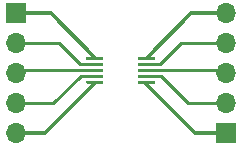
<source format=gbr>
G04 #@! TF.GenerationSoftware,KiCad,Pcbnew,(5.1.4)-1*
G04 #@! TF.CreationDate,2019-11-20T10:07:13+01:00*
G04 #@! TF.ProjectId,AR_PDM_INA233_breakout,41525f50-444d-45f4-994e-413233335f62,rev?*
G04 #@! TF.SameCoordinates,Original*
G04 #@! TF.FileFunction,Copper,L1,Top*
G04 #@! TF.FilePolarity,Positive*
%FSLAX46Y46*%
G04 Gerber Fmt 4.6, Leading zero omitted, Abs format (unit mm)*
G04 Created by KiCad (PCBNEW (5.1.4)-1) date 2019-11-20 10:07:13*
%MOMM*%
%LPD*%
G04 APERTURE LIST*
%ADD10C,0.100000*%
%ADD11C,0.250000*%
%ADD12R,1.700000X1.700000*%
%ADD13O,1.700000X1.700000*%
%ADD14C,0.300000*%
%ADD15C,0.250000*%
G04 APERTURE END LIST*
D10*
G36*
X135012342Y-83695201D02*
G01*
X135016395Y-83695802D01*
X135020369Y-83696798D01*
X135024227Y-83698178D01*
X135027931Y-83699930D01*
X135031445Y-83702036D01*
X135034736Y-83704477D01*
X135037772Y-83707228D01*
X135040523Y-83710264D01*
X135042964Y-83713555D01*
X135045070Y-83717069D01*
X135046822Y-83720773D01*
X135048202Y-83724631D01*
X135049198Y-83728605D01*
X135049799Y-83732658D01*
X135050000Y-83736750D01*
X135050000Y-83903250D01*
X135049799Y-83907342D01*
X135049198Y-83911395D01*
X135048202Y-83915369D01*
X135046822Y-83919227D01*
X135045070Y-83922931D01*
X135042964Y-83926445D01*
X135040523Y-83929736D01*
X135037772Y-83932772D01*
X135034736Y-83935523D01*
X135031445Y-83937964D01*
X135027931Y-83940070D01*
X135024227Y-83941822D01*
X135020369Y-83943202D01*
X135016395Y-83944198D01*
X135012342Y-83944799D01*
X135008250Y-83945000D01*
X133641750Y-83945000D01*
X133637658Y-83944799D01*
X133633605Y-83944198D01*
X133629631Y-83943202D01*
X133625773Y-83941822D01*
X133622069Y-83940070D01*
X133618555Y-83937964D01*
X133615264Y-83935523D01*
X133612228Y-83932772D01*
X133609477Y-83929736D01*
X133607036Y-83926445D01*
X133604930Y-83922931D01*
X133603178Y-83919227D01*
X133601798Y-83915369D01*
X133600802Y-83911395D01*
X133600201Y-83907342D01*
X133600000Y-83903250D01*
X133600000Y-83736750D01*
X133600201Y-83732658D01*
X133600802Y-83728605D01*
X133601798Y-83724631D01*
X133603178Y-83720773D01*
X133604930Y-83717069D01*
X133607036Y-83713555D01*
X133609477Y-83710264D01*
X133612228Y-83707228D01*
X133615264Y-83704477D01*
X133618555Y-83702036D01*
X133622069Y-83699930D01*
X133625773Y-83698178D01*
X133629631Y-83696798D01*
X133633605Y-83695802D01*
X133637658Y-83695201D01*
X133641750Y-83695000D01*
X135008250Y-83695000D01*
X135012342Y-83695201D01*
X135012342Y-83695201D01*
G37*
D11*
X134325000Y-83820000D03*
D10*
G36*
X135012342Y-84195201D02*
G01*
X135016395Y-84195802D01*
X135020369Y-84196798D01*
X135024227Y-84198178D01*
X135027931Y-84199930D01*
X135031445Y-84202036D01*
X135034736Y-84204477D01*
X135037772Y-84207228D01*
X135040523Y-84210264D01*
X135042964Y-84213555D01*
X135045070Y-84217069D01*
X135046822Y-84220773D01*
X135048202Y-84224631D01*
X135049198Y-84228605D01*
X135049799Y-84232658D01*
X135050000Y-84236750D01*
X135050000Y-84403250D01*
X135049799Y-84407342D01*
X135049198Y-84411395D01*
X135048202Y-84415369D01*
X135046822Y-84419227D01*
X135045070Y-84422931D01*
X135042964Y-84426445D01*
X135040523Y-84429736D01*
X135037772Y-84432772D01*
X135034736Y-84435523D01*
X135031445Y-84437964D01*
X135027931Y-84440070D01*
X135024227Y-84441822D01*
X135020369Y-84443202D01*
X135016395Y-84444198D01*
X135012342Y-84444799D01*
X135008250Y-84445000D01*
X133641750Y-84445000D01*
X133637658Y-84444799D01*
X133633605Y-84444198D01*
X133629631Y-84443202D01*
X133625773Y-84441822D01*
X133622069Y-84440070D01*
X133618555Y-84437964D01*
X133615264Y-84435523D01*
X133612228Y-84432772D01*
X133609477Y-84429736D01*
X133607036Y-84426445D01*
X133604930Y-84422931D01*
X133603178Y-84419227D01*
X133601798Y-84415369D01*
X133600802Y-84411395D01*
X133600201Y-84407342D01*
X133600000Y-84403250D01*
X133600000Y-84236750D01*
X133600201Y-84232658D01*
X133600802Y-84228605D01*
X133601798Y-84224631D01*
X133603178Y-84220773D01*
X133604930Y-84217069D01*
X133607036Y-84213555D01*
X133609477Y-84210264D01*
X133612228Y-84207228D01*
X133615264Y-84204477D01*
X133618555Y-84202036D01*
X133622069Y-84199930D01*
X133625773Y-84198178D01*
X133629631Y-84196798D01*
X133633605Y-84195802D01*
X133637658Y-84195201D01*
X133641750Y-84195000D01*
X135008250Y-84195000D01*
X135012342Y-84195201D01*
X135012342Y-84195201D01*
G37*
D11*
X134325000Y-84320000D03*
D10*
G36*
X135012342Y-84695201D02*
G01*
X135016395Y-84695802D01*
X135020369Y-84696798D01*
X135024227Y-84698178D01*
X135027931Y-84699930D01*
X135031445Y-84702036D01*
X135034736Y-84704477D01*
X135037772Y-84707228D01*
X135040523Y-84710264D01*
X135042964Y-84713555D01*
X135045070Y-84717069D01*
X135046822Y-84720773D01*
X135048202Y-84724631D01*
X135049198Y-84728605D01*
X135049799Y-84732658D01*
X135050000Y-84736750D01*
X135050000Y-84903250D01*
X135049799Y-84907342D01*
X135049198Y-84911395D01*
X135048202Y-84915369D01*
X135046822Y-84919227D01*
X135045070Y-84922931D01*
X135042964Y-84926445D01*
X135040523Y-84929736D01*
X135037772Y-84932772D01*
X135034736Y-84935523D01*
X135031445Y-84937964D01*
X135027931Y-84940070D01*
X135024227Y-84941822D01*
X135020369Y-84943202D01*
X135016395Y-84944198D01*
X135012342Y-84944799D01*
X135008250Y-84945000D01*
X133641750Y-84945000D01*
X133637658Y-84944799D01*
X133633605Y-84944198D01*
X133629631Y-84943202D01*
X133625773Y-84941822D01*
X133622069Y-84940070D01*
X133618555Y-84937964D01*
X133615264Y-84935523D01*
X133612228Y-84932772D01*
X133609477Y-84929736D01*
X133607036Y-84926445D01*
X133604930Y-84922931D01*
X133603178Y-84919227D01*
X133601798Y-84915369D01*
X133600802Y-84911395D01*
X133600201Y-84907342D01*
X133600000Y-84903250D01*
X133600000Y-84736750D01*
X133600201Y-84732658D01*
X133600802Y-84728605D01*
X133601798Y-84724631D01*
X133603178Y-84720773D01*
X133604930Y-84717069D01*
X133607036Y-84713555D01*
X133609477Y-84710264D01*
X133612228Y-84707228D01*
X133615264Y-84704477D01*
X133618555Y-84702036D01*
X133622069Y-84699930D01*
X133625773Y-84698178D01*
X133629631Y-84696798D01*
X133633605Y-84695802D01*
X133637658Y-84695201D01*
X133641750Y-84695000D01*
X135008250Y-84695000D01*
X135012342Y-84695201D01*
X135012342Y-84695201D01*
G37*
D11*
X134325000Y-84820000D03*
D10*
G36*
X135012342Y-85195201D02*
G01*
X135016395Y-85195802D01*
X135020369Y-85196798D01*
X135024227Y-85198178D01*
X135027931Y-85199930D01*
X135031445Y-85202036D01*
X135034736Y-85204477D01*
X135037772Y-85207228D01*
X135040523Y-85210264D01*
X135042964Y-85213555D01*
X135045070Y-85217069D01*
X135046822Y-85220773D01*
X135048202Y-85224631D01*
X135049198Y-85228605D01*
X135049799Y-85232658D01*
X135050000Y-85236750D01*
X135050000Y-85403250D01*
X135049799Y-85407342D01*
X135049198Y-85411395D01*
X135048202Y-85415369D01*
X135046822Y-85419227D01*
X135045070Y-85422931D01*
X135042964Y-85426445D01*
X135040523Y-85429736D01*
X135037772Y-85432772D01*
X135034736Y-85435523D01*
X135031445Y-85437964D01*
X135027931Y-85440070D01*
X135024227Y-85441822D01*
X135020369Y-85443202D01*
X135016395Y-85444198D01*
X135012342Y-85444799D01*
X135008250Y-85445000D01*
X133641750Y-85445000D01*
X133637658Y-85444799D01*
X133633605Y-85444198D01*
X133629631Y-85443202D01*
X133625773Y-85441822D01*
X133622069Y-85440070D01*
X133618555Y-85437964D01*
X133615264Y-85435523D01*
X133612228Y-85432772D01*
X133609477Y-85429736D01*
X133607036Y-85426445D01*
X133604930Y-85422931D01*
X133603178Y-85419227D01*
X133601798Y-85415369D01*
X133600802Y-85411395D01*
X133600201Y-85407342D01*
X133600000Y-85403250D01*
X133600000Y-85236750D01*
X133600201Y-85232658D01*
X133600802Y-85228605D01*
X133601798Y-85224631D01*
X133603178Y-85220773D01*
X133604930Y-85217069D01*
X133607036Y-85213555D01*
X133609477Y-85210264D01*
X133612228Y-85207228D01*
X133615264Y-85204477D01*
X133618555Y-85202036D01*
X133622069Y-85199930D01*
X133625773Y-85198178D01*
X133629631Y-85196798D01*
X133633605Y-85195802D01*
X133637658Y-85195201D01*
X133641750Y-85195000D01*
X135008250Y-85195000D01*
X135012342Y-85195201D01*
X135012342Y-85195201D01*
G37*
D11*
X134325000Y-85320000D03*
D10*
G36*
X135012342Y-85695201D02*
G01*
X135016395Y-85695802D01*
X135020369Y-85696798D01*
X135024227Y-85698178D01*
X135027931Y-85699930D01*
X135031445Y-85702036D01*
X135034736Y-85704477D01*
X135037772Y-85707228D01*
X135040523Y-85710264D01*
X135042964Y-85713555D01*
X135045070Y-85717069D01*
X135046822Y-85720773D01*
X135048202Y-85724631D01*
X135049198Y-85728605D01*
X135049799Y-85732658D01*
X135050000Y-85736750D01*
X135050000Y-85903250D01*
X135049799Y-85907342D01*
X135049198Y-85911395D01*
X135048202Y-85915369D01*
X135046822Y-85919227D01*
X135045070Y-85922931D01*
X135042964Y-85926445D01*
X135040523Y-85929736D01*
X135037772Y-85932772D01*
X135034736Y-85935523D01*
X135031445Y-85937964D01*
X135027931Y-85940070D01*
X135024227Y-85941822D01*
X135020369Y-85943202D01*
X135016395Y-85944198D01*
X135012342Y-85944799D01*
X135008250Y-85945000D01*
X133641750Y-85945000D01*
X133637658Y-85944799D01*
X133633605Y-85944198D01*
X133629631Y-85943202D01*
X133625773Y-85941822D01*
X133622069Y-85940070D01*
X133618555Y-85937964D01*
X133615264Y-85935523D01*
X133612228Y-85932772D01*
X133609477Y-85929736D01*
X133607036Y-85926445D01*
X133604930Y-85922931D01*
X133603178Y-85919227D01*
X133601798Y-85915369D01*
X133600802Y-85911395D01*
X133600201Y-85907342D01*
X133600000Y-85903250D01*
X133600000Y-85736750D01*
X133600201Y-85732658D01*
X133600802Y-85728605D01*
X133601798Y-85724631D01*
X133603178Y-85720773D01*
X133604930Y-85717069D01*
X133607036Y-85713555D01*
X133609477Y-85710264D01*
X133612228Y-85707228D01*
X133615264Y-85704477D01*
X133618555Y-85702036D01*
X133622069Y-85699930D01*
X133625773Y-85698178D01*
X133629631Y-85696798D01*
X133633605Y-85695802D01*
X133637658Y-85695201D01*
X133641750Y-85695000D01*
X135008250Y-85695000D01*
X135012342Y-85695201D01*
X135012342Y-85695201D01*
G37*
D11*
X134325000Y-85820000D03*
D10*
G36*
X139412342Y-83695201D02*
G01*
X139416395Y-83695802D01*
X139420369Y-83696798D01*
X139424227Y-83698178D01*
X139427931Y-83699930D01*
X139431445Y-83702036D01*
X139434736Y-83704477D01*
X139437772Y-83707228D01*
X139440523Y-83710264D01*
X139442964Y-83713555D01*
X139445070Y-83717069D01*
X139446822Y-83720773D01*
X139448202Y-83724631D01*
X139449198Y-83728605D01*
X139449799Y-83732658D01*
X139450000Y-83736750D01*
X139450000Y-83903250D01*
X139449799Y-83907342D01*
X139449198Y-83911395D01*
X139448202Y-83915369D01*
X139446822Y-83919227D01*
X139445070Y-83922931D01*
X139442964Y-83926445D01*
X139440523Y-83929736D01*
X139437772Y-83932772D01*
X139434736Y-83935523D01*
X139431445Y-83937964D01*
X139427931Y-83940070D01*
X139424227Y-83941822D01*
X139420369Y-83943202D01*
X139416395Y-83944198D01*
X139412342Y-83944799D01*
X139408250Y-83945000D01*
X138041750Y-83945000D01*
X138037658Y-83944799D01*
X138033605Y-83944198D01*
X138029631Y-83943202D01*
X138025773Y-83941822D01*
X138022069Y-83940070D01*
X138018555Y-83937964D01*
X138015264Y-83935523D01*
X138012228Y-83932772D01*
X138009477Y-83929736D01*
X138007036Y-83926445D01*
X138004930Y-83922931D01*
X138003178Y-83919227D01*
X138001798Y-83915369D01*
X138000802Y-83911395D01*
X138000201Y-83907342D01*
X138000000Y-83903250D01*
X138000000Y-83736750D01*
X138000201Y-83732658D01*
X138000802Y-83728605D01*
X138001798Y-83724631D01*
X138003178Y-83720773D01*
X138004930Y-83717069D01*
X138007036Y-83713555D01*
X138009477Y-83710264D01*
X138012228Y-83707228D01*
X138015264Y-83704477D01*
X138018555Y-83702036D01*
X138022069Y-83699930D01*
X138025773Y-83698178D01*
X138029631Y-83696798D01*
X138033605Y-83695802D01*
X138037658Y-83695201D01*
X138041750Y-83695000D01*
X139408250Y-83695000D01*
X139412342Y-83695201D01*
X139412342Y-83695201D01*
G37*
D11*
X138725000Y-83820000D03*
D10*
G36*
X139412342Y-84195201D02*
G01*
X139416395Y-84195802D01*
X139420369Y-84196798D01*
X139424227Y-84198178D01*
X139427931Y-84199930D01*
X139431445Y-84202036D01*
X139434736Y-84204477D01*
X139437772Y-84207228D01*
X139440523Y-84210264D01*
X139442964Y-84213555D01*
X139445070Y-84217069D01*
X139446822Y-84220773D01*
X139448202Y-84224631D01*
X139449198Y-84228605D01*
X139449799Y-84232658D01*
X139450000Y-84236750D01*
X139450000Y-84403250D01*
X139449799Y-84407342D01*
X139449198Y-84411395D01*
X139448202Y-84415369D01*
X139446822Y-84419227D01*
X139445070Y-84422931D01*
X139442964Y-84426445D01*
X139440523Y-84429736D01*
X139437772Y-84432772D01*
X139434736Y-84435523D01*
X139431445Y-84437964D01*
X139427931Y-84440070D01*
X139424227Y-84441822D01*
X139420369Y-84443202D01*
X139416395Y-84444198D01*
X139412342Y-84444799D01*
X139408250Y-84445000D01*
X138041750Y-84445000D01*
X138037658Y-84444799D01*
X138033605Y-84444198D01*
X138029631Y-84443202D01*
X138025773Y-84441822D01*
X138022069Y-84440070D01*
X138018555Y-84437964D01*
X138015264Y-84435523D01*
X138012228Y-84432772D01*
X138009477Y-84429736D01*
X138007036Y-84426445D01*
X138004930Y-84422931D01*
X138003178Y-84419227D01*
X138001798Y-84415369D01*
X138000802Y-84411395D01*
X138000201Y-84407342D01*
X138000000Y-84403250D01*
X138000000Y-84236750D01*
X138000201Y-84232658D01*
X138000802Y-84228605D01*
X138001798Y-84224631D01*
X138003178Y-84220773D01*
X138004930Y-84217069D01*
X138007036Y-84213555D01*
X138009477Y-84210264D01*
X138012228Y-84207228D01*
X138015264Y-84204477D01*
X138018555Y-84202036D01*
X138022069Y-84199930D01*
X138025773Y-84198178D01*
X138029631Y-84196798D01*
X138033605Y-84195802D01*
X138037658Y-84195201D01*
X138041750Y-84195000D01*
X139408250Y-84195000D01*
X139412342Y-84195201D01*
X139412342Y-84195201D01*
G37*
D11*
X138725000Y-84320000D03*
D10*
G36*
X139412342Y-84695201D02*
G01*
X139416395Y-84695802D01*
X139420369Y-84696798D01*
X139424227Y-84698178D01*
X139427931Y-84699930D01*
X139431445Y-84702036D01*
X139434736Y-84704477D01*
X139437772Y-84707228D01*
X139440523Y-84710264D01*
X139442964Y-84713555D01*
X139445070Y-84717069D01*
X139446822Y-84720773D01*
X139448202Y-84724631D01*
X139449198Y-84728605D01*
X139449799Y-84732658D01*
X139450000Y-84736750D01*
X139450000Y-84903250D01*
X139449799Y-84907342D01*
X139449198Y-84911395D01*
X139448202Y-84915369D01*
X139446822Y-84919227D01*
X139445070Y-84922931D01*
X139442964Y-84926445D01*
X139440523Y-84929736D01*
X139437772Y-84932772D01*
X139434736Y-84935523D01*
X139431445Y-84937964D01*
X139427931Y-84940070D01*
X139424227Y-84941822D01*
X139420369Y-84943202D01*
X139416395Y-84944198D01*
X139412342Y-84944799D01*
X139408250Y-84945000D01*
X138041750Y-84945000D01*
X138037658Y-84944799D01*
X138033605Y-84944198D01*
X138029631Y-84943202D01*
X138025773Y-84941822D01*
X138022069Y-84940070D01*
X138018555Y-84937964D01*
X138015264Y-84935523D01*
X138012228Y-84932772D01*
X138009477Y-84929736D01*
X138007036Y-84926445D01*
X138004930Y-84922931D01*
X138003178Y-84919227D01*
X138001798Y-84915369D01*
X138000802Y-84911395D01*
X138000201Y-84907342D01*
X138000000Y-84903250D01*
X138000000Y-84736750D01*
X138000201Y-84732658D01*
X138000802Y-84728605D01*
X138001798Y-84724631D01*
X138003178Y-84720773D01*
X138004930Y-84717069D01*
X138007036Y-84713555D01*
X138009477Y-84710264D01*
X138012228Y-84707228D01*
X138015264Y-84704477D01*
X138018555Y-84702036D01*
X138022069Y-84699930D01*
X138025773Y-84698178D01*
X138029631Y-84696798D01*
X138033605Y-84695802D01*
X138037658Y-84695201D01*
X138041750Y-84695000D01*
X139408250Y-84695000D01*
X139412342Y-84695201D01*
X139412342Y-84695201D01*
G37*
D11*
X138725000Y-84820000D03*
D10*
G36*
X139412342Y-85195201D02*
G01*
X139416395Y-85195802D01*
X139420369Y-85196798D01*
X139424227Y-85198178D01*
X139427931Y-85199930D01*
X139431445Y-85202036D01*
X139434736Y-85204477D01*
X139437772Y-85207228D01*
X139440523Y-85210264D01*
X139442964Y-85213555D01*
X139445070Y-85217069D01*
X139446822Y-85220773D01*
X139448202Y-85224631D01*
X139449198Y-85228605D01*
X139449799Y-85232658D01*
X139450000Y-85236750D01*
X139450000Y-85403250D01*
X139449799Y-85407342D01*
X139449198Y-85411395D01*
X139448202Y-85415369D01*
X139446822Y-85419227D01*
X139445070Y-85422931D01*
X139442964Y-85426445D01*
X139440523Y-85429736D01*
X139437772Y-85432772D01*
X139434736Y-85435523D01*
X139431445Y-85437964D01*
X139427931Y-85440070D01*
X139424227Y-85441822D01*
X139420369Y-85443202D01*
X139416395Y-85444198D01*
X139412342Y-85444799D01*
X139408250Y-85445000D01*
X138041750Y-85445000D01*
X138037658Y-85444799D01*
X138033605Y-85444198D01*
X138029631Y-85443202D01*
X138025773Y-85441822D01*
X138022069Y-85440070D01*
X138018555Y-85437964D01*
X138015264Y-85435523D01*
X138012228Y-85432772D01*
X138009477Y-85429736D01*
X138007036Y-85426445D01*
X138004930Y-85422931D01*
X138003178Y-85419227D01*
X138001798Y-85415369D01*
X138000802Y-85411395D01*
X138000201Y-85407342D01*
X138000000Y-85403250D01*
X138000000Y-85236750D01*
X138000201Y-85232658D01*
X138000802Y-85228605D01*
X138001798Y-85224631D01*
X138003178Y-85220773D01*
X138004930Y-85217069D01*
X138007036Y-85213555D01*
X138009477Y-85210264D01*
X138012228Y-85207228D01*
X138015264Y-85204477D01*
X138018555Y-85202036D01*
X138022069Y-85199930D01*
X138025773Y-85198178D01*
X138029631Y-85196798D01*
X138033605Y-85195802D01*
X138037658Y-85195201D01*
X138041750Y-85195000D01*
X139408250Y-85195000D01*
X139412342Y-85195201D01*
X139412342Y-85195201D01*
G37*
D11*
X138725000Y-85320000D03*
D10*
G36*
X139412342Y-85695201D02*
G01*
X139416395Y-85695802D01*
X139420369Y-85696798D01*
X139424227Y-85698178D01*
X139427931Y-85699930D01*
X139431445Y-85702036D01*
X139434736Y-85704477D01*
X139437772Y-85707228D01*
X139440523Y-85710264D01*
X139442964Y-85713555D01*
X139445070Y-85717069D01*
X139446822Y-85720773D01*
X139448202Y-85724631D01*
X139449198Y-85728605D01*
X139449799Y-85732658D01*
X139450000Y-85736750D01*
X139450000Y-85903250D01*
X139449799Y-85907342D01*
X139449198Y-85911395D01*
X139448202Y-85915369D01*
X139446822Y-85919227D01*
X139445070Y-85922931D01*
X139442964Y-85926445D01*
X139440523Y-85929736D01*
X139437772Y-85932772D01*
X139434736Y-85935523D01*
X139431445Y-85937964D01*
X139427931Y-85940070D01*
X139424227Y-85941822D01*
X139420369Y-85943202D01*
X139416395Y-85944198D01*
X139412342Y-85944799D01*
X139408250Y-85945000D01*
X138041750Y-85945000D01*
X138037658Y-85944799D01*
X138033605Y-85944198D01*
X138029631Y-85943202D01*
X138025773Y-85941822D01*
X138022069Y-85940070D01*
X138018555Y-85937964D01*
X138015264Y-85935523D01*
X138012228Y-85932772D01*
X138009477Y-85929736D01*
X138007036Y-85926445D01*
X138004930Y-85922931D01*
X138003178Y-85919227D01*
X138001798Y-85915369D01*
X138000802Y-85911395D01*
X138000201Y-85907342D01*
X138000000Y-85903250D01*
X138000000Y-85736750D01*
X138000201Y-85732658D01*
X138000802Y-85728605D01*
X138001798Y-85724631D01*
X138003178Y-85720773D01*
X138004930Y-85717069D01*
X138007036Y-85713555D01*
X138009477Y-85710264D01*
X138012228Y-85707228D01*
X138015264Y-85704477D01*
X138018555Y-85702036D01*
X138022069Y-85699930D01*
X138025773Y-85698178D01*
X138029631Y-85696798D01*
X138033605Y-85695802D01*
X138037658Y-85695201D01*
X138041750Y-85695000D01*
X139408250Y-85695000D01*
X139412342Y-85695201D01*
X139412342Y-85695201D01*
G37*
D11*
X138725000Y-85820000D03*
D12*
X127635000Y-80010000D03*
D13*
X127635000Y-82550000D03*
X127635000Y-85090000D03*
X127635000Y-87630000D03*
X127635000Y-90170000D03*
X145415000Y-80010000D03*
X145415000Y-82550000D03*
X145415000Y-85090000D03*
X145415000Y-87630000D03*
D12*
X145415000Y-90170000D03*
D14*
X130515000Y-80010000D02*
X127635000Y-80010000D01*
X130600000Y-80010000D02*
X130515000Y-80010000D01*
X134330000Y-83740000D02*
X130600000Y-80010000D01*
D15*
X131318000Y-82550000D02*
X127635000Y-82550000D01*
X134325000Y-84320000D02*
X133088000Y-84320000D01*
X133088000Y-84320000D02*
X131318000Y-82550000D01*
X127905000Y-84820000D02*
X127635000Y-85090000D01*
X134325000Y-84820000D02*
X127905000Y-84820000D01*
X134325000Y-85320000D02*
X133120000Y-85320000D01*
X130810000Y-87630000D02*
X127635000Y-87630000D01*
X133120000Y-85320000D02*
X130810000Y-87630000D01*
D14*
X129975000Y-90170000D02*
X127635000Y-90170000D01*
X130100000Y-90170000D02*
X129975000Y-90170000D01*
X134370000Y-85900000D02*
X130100000Y-90170000D01*
X142610000Y-80010000D02*
X145415000Y-80010000D01*
X142480000Y-80010000D02*
X138730000Y-83760000D01*
X142610000Y-80010000D02*
X142480000Y-80010000D01*
D15*
X141605000Y-82550000D02*
X145415000Y-82550000D01*
X138725000Y-84320000D02*
X139835000Y-84320000D01*
X139835000Y-84320000D02*
X141605000Y-82550000D01*
X145145000Y-84820000D02*
X145415000Y-85090000D01*
X138725000Y-84820000D02*
X145145000Y-84820000D01*
X142240000Y-87630000D02*
X145415000Y-87630000D01*
X138725000Y-85320000D02*
X139930000Y-85320000D01*
X139930000Y-85320000D02*
X142240000Y-87630000D01*
D14*
X142875000Y-90170000D02*
X145415000Y-90170000D01*
X138680000Y-85980000D02*
X142830000Y-90130000D01*
M02*

</source>
